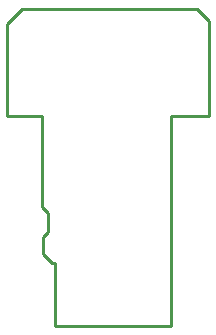
<source format=gm1>
G04*
G04 #@! TF.GenerationSoftware,Altium Limited,Altium Designer,21.9.2 (33)*
G04*
G04 Layer_Color=16711935*
%FSLAX25Y25*%
%MOIN*%
G70*
G04*
G04 #@! TF.SameCoordinates,715FF0E9-6983-4063-AA7D-11BEEFAB4F88*
G04*
G04*
G04 #@! TF.FilePolarity,Positive*
G04*
G01*
G75*
%ADD18C,0.01000*%
D18*
X-28500Y40500D02*
X30000D01*
X34000Y36500D01*
Y5000D02*
Y36500D01*
X-33500Y5000D02*
Y35500D01*
X-28500Y40500D01*
X-33500Y5000D02*
X-21700D01*
X21300D02*
X34000D01*
X-21700Y-25600D02*
X-19700Y-27600D01*
Y-33700D02*
Y-27600D01*
X-21500Y-35500D02*
X-19700Y-33700D01*
X-21500Y-41000D02*
X-18300Y-44200D01*
X-17500D01*
X-21700Y-25600D02*
Y5000D01*
X-21500Y-41000D02*
Y-37000D01*
X-17500Y-65000D02*
Y-44200D01*
Y-65000D02*
X21300D01*
Y5000D01*
X-21500Y-37000D02*
Y-35500D01*
M02*

</source>
